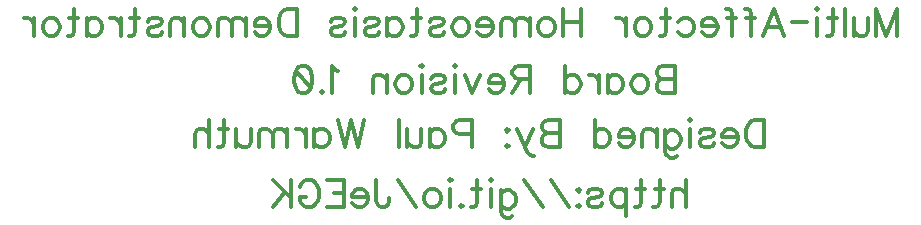
<source format=gbr>
G04 DipTrace 3.3.1.3*
G04 BottomSilk.gbr*
%MOIN*%
G04 #@! TF.FileFunction,Legend,Bot*
G04 #@! TF.Part,Single*
%ADD64C,0.013895*%
%FSLAX26Y26*%
G04*
G70*
G90*
G75*
G01*
G04 BotSilk*
%LPD*%
X3273140Y2340462D2*
D64*
Y2430894D1*
X3307562Y2340462D1*
X3341984Y2430894D1*
Y2340462D1*
X3245349Y2400750D2*
Y2357672D1*
X3241071Y2344839D1*
X3232416Y2340462D1*
X3219483D1*
X3210927Y2344839D1*
X3197994Y2357672D1*
Y2400750D2*
Y2340462D1*
X3170204Y2430894D2*
Y2340462D1*
X3129480Y2430894D2*
Y2357672D1*
X3125202Y2344839D1*
X3116547Y2340462D1*
X3107991D1*
X3142413Y2400750D2*
X3112269D1*
X3080200Y2430894D2*
X3075923Y2426616D1*
X3071545Y2430894D1*
X3075923Y2435271D1*
X3080200Y2430894D1*
X3075923Y2400750D2*
Y2340462D1*
X3043755Y2385628D2*
X2994012D1*
X2897278Y2340462D2*
X2931800Y2430894D1*
X2966221Y2340462D1*
X2953288Y2370606D2*
X2910211D1*
X2835066Y2430894D2*
X2843621D1*
X2852277Y2426616D1*
X2856554Y2413683D1*
Y2340462D1*
X2869488Y2400750D2*
X2839344D1*
X2772853Y2430894D2*
X2781409D1*
X2790064Y2426616D1*
X2794342Y2413683D1*
Y2340462D1*
X2807275Y2400750D2*
X2777131D1*
X2745063Y2374883D2*
X2693430D1*
Y2383539D1*
X2697708Y2392194D1*
X2701985Y2396472D1*
X2710641Y2400750D1*
X2723574D1*
X2732129Y2396472D1*
X2740785Y2387816D1*
X2745063Y2374883D1*
Y2366328D1*
X2740785Y2353395D1*
X2732129Y2344839D1*
X2723574Y2340462D1*
X2710641D1*
X2701985Y2344839D1*
X2693430Y2353395D1*
X2613907Y2387816D2*
X2622562Y2396472D1*
X2631217Y2400750D1*
X2644051D1*
X2652706Y2396472D1*
X2661262Y2387816D1*
X2665639Y2374883D1*
Y2366328D1*
X2661262Y2353395D1*
X2652706Y2344839D1*
X2644051Y2340462D1*
X2631217D1*
X2622562Y2344839D1*
X2613907Y2353395D1*
X2573183Y2430894D2*
Y2357672D1*
X2568905Y2344839D1*
X2560250Y2340462D1*
X2551694D1*
X2586116Y2400750D2*
X2555972D1*
X2502415D2*
X2510971Y2396472D1*
X2519626Y2387816D1*
X2523904Y2374883D1*
Y2366328D1*
X2519626Y2353395D1*
X2510971Y2344839D1*
X2502415Y2340462D1*
X2489482D1*
X2480827Y2344839D1*
X2472271Y2353395D1*
X2467893Y2366328D1*
Y2374883D1*
X2472271Y2387816D1*
X2480827Y2396472D1*
X2489482Y2400750D1*
X2502415D1*
X2440103D2*
Y2340462D1*
Y2374883D2*
X2435725Y2387816D1*
X2427170Y2396472D1*
X2418515Y2400750D1*
X2405581D1*
X2290309Y2430894D2*
Y2340462D1*
X2230021Y2430894D2*
Y2340462D1*
X2290309Y2387816D2*
X2230021D1*
X2180742Y2400750D2*
X2189297Y2396472D1*
X2197953Y2387816D1*
X2202230Y2374883D1*
Y2366328D1*
X2197953Y2353395D1*
X2189297Y2344839D1*
X2180742Y2340462D1*
X2167809D1*
X2159153Y2344839D1*
X2150598Y2353395D1*
X2146220Y2366328D1*
Y2374883D1*
X2150598Y2387816D1*
X2159153Y2396472D1*
X2167809Y2400750D1*
X2180742D1*
X2118430D2*
Y2340462D1*
Y2383539D2*
X2105497Y2396472D1*
X2096841Y2400750D1*
X2084008D1*
X2075353Y2396472D1*
X2071075Y2383539D1*
Y2340462D1*
Y2383539D2*
X2058142Y2396472D1*
X2049486Y2400750D1*
X2036653D1*
X2027998Y2396472D1*
X2023620Y2383539D1*
Y2340462D1*
X1995830Y2374883D2*
X1944197D1*
Y2383539D1*
X1948475Y2392194D1*
X1952753Y2396472D1*
X1961408Y2400750D1*
X1974341D1*
X1982897Y2396472D1*
X1991552Y2387816D1*
X1995830Y2374883D1*
Y2366328D1*
X1991552Y2353395D1*
X1982897Y2344839D1*
X1974341Y2340462D1*
X1961408D1*
X1952753Y2344839D1*
X1944197Y2353395D1*
X1894917Y2400750D2*
X1903473Y2396472D1*
X1912128Y2387816D1*
X1916406Y2374883D1*
Y2366328D1*
X1912128Y2353395D1*
X1903473Y2344839D1*
X1894917Y2340462D1*
X1881984D1*
X1873329Y2344839D1*
X1864773Y2353395D1*
X1860396Y2366328D1*
Y2374883D1*
X1864773Y2387816D1*
X1873329Y2396472D1*
X1881984Y2400750D1*
X1894917D1*
X1785250Y2387816D2*
X1789528Y2396472D1*
X1802461Y2400750D1*
X1815394D1*
X1828328Y2396472D1*
X1832605Y2387816D1*
X1828328Y2379261D1*
X1819672Y2374883D1*
X1798184Y2370606D1*
X1789528Y2366328D1*
X1785250Y2357672D1*
Y2353395D1*
X1789528Y2344839D1*
X1802461Y2340462D1*
X1815394D1*
X1828328Y2344839D1*
X1832605Y2353395D1*
X1744527Y2430894D2*
Y2357672D1*
X1740249Y2344839D1*
X1731594Y2340462D1*
X1723038D1*
X1757460Y2400750D2*
X1727316D1*
X1643615D2*
Y2340462D1*
Y2387816D2*
X1652170Y2396472D1*
X1660825Y2400750D1*
X1673659D1*
X1682314Y2396472D1*
X1690870Y2387816D1*
X1695247Y2374883D1*
Y2366328D1*
X1690870Y2353395D1*
X1682314Y2344839D1*
X1673659Y2340462D1*
X1660825D1*
X1652170Y2344839D1*
X1643615Y2353395D1*
X1568469Y2387816D2*
X1572747Y2396472D1*
X1585680Y2400750D1*
X1598613D1*
X1611546Y2396472D1*
X1615824Y2387816D1*
X1611546Y2379261D1*
X1602891Y2374883D1*
X1581402Y2370606D1*
X1572747Y2366328D1*
X1568469Y2357672D1*
Y2353395D1*
X1572747Y2344839D1*
X1585680Y2340462D1*
X1598613D1*
X1611546Y2344839D1*
X1615824Y2353395D1*
X1540678Y2430894D2*
X1536400Y2426616D1*
X1532023Y2430894D1*
X1536400Y2435271D1*
X1540678Y2430894D1*
X1536400Y2400750D2*
Y2340462D1*
X1456878Y2387816D2*
X1461155Y2396472D1*
X1474088Y2400750D1*
X1487022D1*
X1499955Y2396472D1*
X1504232Y2387816D1*
X1499955Y2379261D1*
X1491299Y2374883D1*
X1469811Y2370606D1*
X1461155Y2366328D1*
X1456878Y2357672D1*
Y2353395D1*
X1461155Y2344839D1*
X1474088Y2340462D1*
X1487022D1*
X1499955Y2344839D1*
X1504232Y2353395D1*
X1341605Y2430894D2*
Y2340462D1*
X1311461D1*
X1298528Y2344839D1*
X1289873Y2353395D1*
X1285595Y2362050D1*
X1281317Y2374883D1*
Y2396472D1*
X1285595Y2409405D1*
X1289873Y2417960D1*
X1298528Y2426616D1*
X1311461Y2430894D1*
X1341605D1*
X1253526Y2374883D2*
X1201894D1*
Y2383539D1*
X1206172Y2392194D1*
X1210449Y2396472D1*
X1219105Y2400750D1*
X1232038D1*
X1240593Y2396472D1*
X1249249Y2387816D1*
X1253526Y2374883D1*
Y2366328D1*
X1249249Y2353395D1*
X1240593Y2344839D1*
X1232038Y2340462D1*
X1219105D1*
X1210449Y2344839D1*
X1201894Y2353395D1*
X1174103Y2400750D2*
Y2340462D1*
Y2383539D2*
X1161170Y2396472D1*
X1152515Y2400750D1*
X1139681D1*
X1131026Y2396472D1*
X1126748Y2383539D1*
Y2340462D1*
Y2383539D2*
X1113815Y2396472D1*
X1105160Y2400750D1*
X1092326D1*
X1083671Y2396472D1*
X1079294Y2383539D1*
Y2340462D1*
X1030014Y2400750D2*
X1038570Y2396472D1*
X1047225Y2387816D1*
X1051503Y2374883D1*
Y2366328D1*
X1047225Y2353395D1*
X1038570Y2344839D1*
X1030014Y2340462D1*
X1017081D1*
X1008426Y2344839D1*
X999870Y2353395D1*
X995493Y2366328D1*
Y2374883D1*
X999870Y2387816D1*
X1008426Y2396472D1*
X1017081Y2400750D1*
X1030014D1*
X967702D2*
Y2340462D1*
Y2383539D2*
X954769Y2396472D1*
X946114Y2400750D1*
X933280D1*
X924625Y2396472D1*
X920347Y2383539D1*
Y2340462D1*
X845202Y2387816D2*
X849480Y2396472D1*
X862413Y2400750D1*
X875346D1*
X888279Y2396472D1*
X892557Y2387816D1*
X888279Y2379261D1*
X879624Y2374883D1*
X858135Y2370606D1*
X849480Y2366328D1*
X845202Y2357672D1*
Y2353395D1*
X849480Y2344839D1*
X862413Y2340462D1*
X875346D1*
X888279Y2344839D1*
X892557Y2353395D1*
X804478Y2430894D2*
Y2357672D1*
X800200Y2344839D1*
X791545Y2340462D1*
X782989D1*
X817411Y2400750D2*
X787267D1*
X755199D2*
Y2340462D1*
Y2374883D2*
X750821Y2387816D1*
X742266Y2396472D1*
X733610Y2400750D1*
X720677D1*
X641254D2*
Y2340462D1*
Y2387816D2*
X649810Y2396472D1*
X658465Y2400750D1*
X671298D1*
X679954Y2396472D1*
X688509Y2387816D1*
X692887Y2374883D1*
Y2366328D1*
X688509Y2353395D1*
X679954Y2344839D1*
X671298Y2340462D1*
X658465D1*
X649810Y2344839D1*
X641254Y2353395D1*
X600530Y2430894D2*
Y2357672D1*
X596252Y2344839D1*
X587597Y2340462D1*
X579041D1*
X613463Y2400750D2*
X583319D1*
X529762D2*
X538318Y2396472D1*
X546973Y2387816D1*
X551251Y2374883D1*
Y2366328D1*
X546973Y2353395D1*
X538318Y2344839D1*
X529762Y2340462D1*
X516829D1*
X508174Y2344839D1*
X499618Y2353395D1*
X495240Y2366328D1*
Y2374883D1*
X499618Y2387816D1*
X508174Y2396472D1*
X516829Y2400750D1*
X529762D1*
X467450D2*
Y2340462D1*
Y2374883D2*
X463073Y2387816D1*
X454517Y2396472D1*
X445862Y2400750D1*
X432929D1*
X2601724Y2240122D2*
Y2149690D1*
X2562925D1*
X2549992Y2154067D1*
X2545714Y2158345D1*
X2541436Y2166901D1*
Y2179834D1*
X2545714Y2188489D1*
X2549992Y2192767D1*
X2562925Y2197045D1*
X2549992Y2201422D1*
X2545714Y2205700D1*
X2541436Y2214256D1*
Y2222911D1*
X2545714Y2231467D1*
X2549992Y2235844D1*
X2562925Y2240122D1*
X2601724D1*
Y2197045D2*
X2562925D1*
X2492156Y2209978D2*
X2500712Y2205700D1*
X2509367Y2197045D1*
X2513645Y2184112D1*
Y2175556D1*
X2509367Y2162623D1*
X2500712Y2154067D1*
X2492156Y2149690D1*
X2479223D1*
X2470568Y2154067D1*
X2462012Y2162623D1*
X2457635Y2175556D1*
Y2184112D1*
X2462012Y2197045D1*
X2470568Y2205700D1*
X2479223Y2209978D1*
X2492156D1*
X2378212D2*
Y2149690D1*
Y2197045D2*
X2386767Y2205700D1*
X2395423Y2209978D1*
X2408256D1*
X2416911Y2205700D1*
X2425467Y2197045D1*
X2429844Y2184112D1*
Y2175556D1*
X2425467Y2162623D1*
X2416911Y2154067D1*
X2408256Y2149690D1*
X2395423D1*
X2386767Y2154067D1*
X2378212Y2162623D1*
X2350421Y2209978D2*
Y2149690D1*
Y2184112D2*
X2346044Y2197045D1*
X2337488Y2205700D1*
X2328833Y2209978D1*
X2315900D1*
X2236476Y2240122D2*
Y2149690D1*
Y2197045D2*
X2245032Y2205700D1*
X2253687Y2209978D1*
X2266620D1*
X2275176Y2205700D1*
X2283831Y2197045D1*
X2288109Y2184112D1*
Y2175556D1*
X2283831Y2162623D1*
X2275176Y2154067D1*
X2266620Y2149690D1*
X2253687D1*
X2245032Y2154067D1*
X2236476Y2162623D1*
X2121204Y2197045D2*
X2082504D1*
X2069571Y2201422D1*
X2065194Y2205700D1*
X2060916Y2214256D1*
Y2222911D1*
X2065194Y2231467D1*
X2069571Y2235844D1*
X2082504Y2240122D1*
X2121204D1*
Y2149690D1*
X2091060Y2197045D2*
X2060916Y2149690D1*
X2033125Y2184112D2*
X1981492D1*
Y2192767D1*
X1985770Y2201422D1*
X1990048Y2205700D1*
X1998703Y2209978D1*
X2011636D1*
X2020192Y2205700D1*
X2028847Y2197045D1*
X2033125Y2184112D1*
Y2175556D1*
X2028847Y2162623D1*
X2020192Y2154067D1*
X2011636Y2149690D1*
X1998703D1*
X1990048Y2154067D1*
X1981492Y2162623D1*
X1953702Y2209978D2*
X1927836Y2149690D1*
X1902069Y2209978D1*
X1874278Y2240122D2*
X1870000Y2235844D1*
X1865623Y2240122D1*
X1870000Y2244499D1*
X1874278Y2240122D1*
X1870000Y2209978D2*
Y2149690D1*
X1790478Y2197045D2*
X1794755Y2205700D1*
X1807688Y2209978D1*
X1820622D1*
X1833555Y2205700D1*
X1837832Y2197045D1*
X1833555Y2188489D1*
X1824899Y2184112D1*
X1803411Y2179834D1*
X1794755Y2175556D1*
X1790478Y2166901D1*
Y2162623D1*
X1794755Y2154067D1*
X1807688Y2149690D1*
X1820622D1*
X1833555Y2154067D1*
X1837832Y2162623D1*
X1762687Y2240122D2*
X1758409Y2235844D1*
X1754032Y2240122D1*
X1758409Y2244499D1*
X1762687Y2240122D1*
X1758409Y2209978D2*
Y2149690D1*
X1704752Y2209978D2*
X1713308Y2205700D1*
X1721963Y2197045D1*
X1726241Y2184112D1*
Y2175556D1*
X1721963Y2162623D1*
X1713308Y2154067D1*
X1704752Y2149690D1*
X1691819D1*
X1683164Y2154067D1*
X1674608Y2162623D1*
X1670231Y2175556D1*
Y2184112D1*
X1674608Y2197045D1*
X1683164Y2205700D1*
X1691819Y2209978D1*
X1704752D1*
X1642440D2*
Y2149690D1*
Y2192767D2*
X1629507Y2205700D1*
X1620852Y2209978D1*
X1608018D1*
X1599363Y2205700D1*
X1595085Y2192767D1*
Y2149690D1*
X1479813Y2222811D2*
X1471158Y2227189D1*
X1458225Y2240022D1*
Y2149690D1*
X1426156Y2158345D2*
X1430434Y2153968D1*
X1426156Y2149690D1*
X1421779Y2153968D1*
X1426156Y2158345D1*
X1368122Y2240022D2*
X1381055Y2235745D1*
X1389710Y2222811D1*
X1393988Y2201323D1*
Y2188390D1*
X1389710Y2166901D1*
X1381055Y2153968D1*
X1368122Y2149690D1*
X1359566D1*
X1346633Y2153968D1*
X1338078Y2166901D1*
X1333700Y2188390D1*
Y2201323D1*
X1338078Y2222811D1*
X1346633Y2235745D1*
X1359566Y2240022D1*
X1368122D1*
X1338078Y2222811D2*
X1389710Y2166901D1*
X2900412Y2060122D2*
Y1969690D1*
X2870268D1*
X2857335Y1974067D1*
X2848679Y1982623D1*
X2844402Y1991278D1*
X2840124Y2004112D1*
Y2025700D1*
X2844402Y2038633D1*
X2848679Y2047189D1*
X2857335Y2055844D1*
X2870268Y2060122D1*
X2900412D1*
X2812333Y2004112D2*
X2760700D1*
Y2012767D1*
X2764978Y2021422D1*
X2769256Y2025700D1*
X2777911Y2029978D1*
X2790844D1*
X2799400Y2025700D1*
X2808055Y2017045D1*
X2812333Y2004112D1*
Y1995556D1*
X2808055Y1982623D1*
X2799400Y1974067D1*
X2790844Y1969690D1*
X2777911D1*
X2769256Y1974067D1*
X2760700Y1982623D1*
X2685555Y2017045D2*
X2689833Y2025700D1*
X2702766Y2029978D1*
X2715699D1*
X2728632Y2025700D1*
X2732910Y2017045D1*
X2728632Y2008489D1*
X2719977Y2004112D1*
X2698488Y1999834D1*
X2689833Y1995556D1*
X2685555Y1986901D1*
Y1982623D1*
X2689833Y1974067D1*
X2702766Y1969690D1*
X2715699D1*
X2728632Y1974067D1*
X2732910Y1982623D1*
X2657764Y2060122D2*
X2653486Y2055844D1*
X2649109Y2060122D1*
X2653486Y2064499D1*
X2657764Y2060122D1*
X2653486Y2029978D2*
Y1969690D1*
X2569685Y2025700D2*
Y1956757D1*
X2573963Y1943923D1*
X2578241Y1939546D1*
X2586896Y1935268D1*
X2599829D1*
X2608385Y1939546D1*
X2569685Y2012767D2*
X2578241Y2021323D1*
X2586896Y2025700D1*
X2599829D1*
X2608385Y2021323D1*
X2617040Y2012767D1*
X2621318Y1999834D1*
Y1991179D1*
X2617040Y1978345D1*
X2608385Y1969690D1*
X2599829Y1965412D1*
X2586896D1*
X2578241Y1969690D1*
X2569685Y1978345D1*
X2541895Y2029978D2*
Y1969690D1*
Y2012767D2*
X2528962Y2025700D1*
X2520306Y2029978D1*
X2507473D1*
X2498818Y2025700D1*
X2494540Y2012767D1*
Y1969690D1*
X2466749Y2004112D2*
X2415116D1*
Y2012767D1*
X2419394Y2021422D1*
X2423672Y2025700D1*
X2432327Y2029978D1*
X2445260D1*
X2453816Y2025700D1*
X2462471Y2017045D1*
X2466749Y2004112D1*
Y1995556D1*
X2462471Y1982623D1*
X2453816Y1974067D1*
X2445260Y1969690D1*
X2432327D1*
X2423672Y1974067D1*
X2415116Y1982623D1*
X2335693Y2060122D2*
Y1969690D1*
Y2017045D2*
X2344249Y2025700D1*
X2352904Y2029978D1*
X2365837D1*
X2374393Y2025700D1*
X2383048Y2017045D1*
X2387326Y2004112D1*
Y1995556D1*
X2383048Y1982623D1*
X2374393Y1974067D1*
X2365837Y1969690D1*
X2352904D1*
X2344249Y1974067D1*
X2335693Y1982623D1*
X2220421Y2060122D2*
Y1969690D1*
X2181621D1*
X2168688Y1974067D1*
X2164410Y1978345D1*
X2160132Y1986901D1*
Y1999834D1*
X2164410Y2008489D1*
X2168688Y2012767D1*
X2181621Y2017045D1*
X2168688Y2021422D1*
X2164410Y2025700D1*
X2160132Y2034256D1*
Y2042911D1*
X2164410Y2051467D1*
X2168688Y2055844D1*
X2181621Y2060122D1*
X2220421D1*
Y2017045D2*
X2181621D1*
X2127965Y2029978D2*
X2102198Y1969690D1*
X2110754Y1952479D1*
X2119409Y1943824D1*
X2127965Y1939546D1*
X2132342D1*
X2076332Y2029978D2*
X2102198Y1969690D1*
X2044164Y2029978D2*
X2048541Y2025601D1*
X2044164Y2021323D1*
X2039886Y2025601D1*
X2044164Y2029978D1*
Y1978345D2*
X2048541Y1973968D1*
X2044164Y1969690D1*
X2039886Y1973968D1*
X2044164Y1978345D1*
X1924613Y2012767D2*
X1885814D1*
X1872981Y2017045D1*
X1868603Y2021422D1*
X1864325Y2029978D1*
Y2042911D1*
X1868603Y2051467D1*
X1872981Y2055844D1*
X1885814Y2060122D1*
X1924613D1*
Y1969690D1*
X1784902Y2029978D2*
Y1969690D1*
Y2017045D2*
X1793458Y2025700D1*
X1802113Y2029978D1*
X1814947D1*
X1823602Y2025700D1*
X1832157Y2017045D1*
X1836535Y2004112D1*
Y1995556D1*
X1832157Y1982623D1*
X1823602Y1974067D1*
X1814947Y1969690D1*
X1802113D1*
X1793458Y1974067D1*
X1784902Y1982623D1*
X1757111Y2029978D2*
Y1986901D1*
X1752834Y1974067D1*
X1744178Y1969690D1*
X1731245D1*
X1722690Y1974067D1*
X1709756Y1986901D1*
Y2029978D2*
Y1969690D1*
X1681966Y2060122D2*
Y1969690D1*
X1566693Y2060122D2*
X1545105Y1969690D1*
X1523616Y2060122D1*
X1502128Y1969690D1*
X1480539Y2060122D1*
X1401116Y2029978D2*
Y1969690D1*
Y2017045D2*
X1409672Y2025700D1*
X1418327Y2029978D1*
X1431160D1*
X1439816Y2025700D1*
X1448371Y2017045D1*
X1452749Y2004112D1*
Y1995556D1*
X1448371Y1982623D1*
X1439816Y1974067D1*
X1431160Y1969690D1*
X1418327D1*
X1409672Y1974067D1*
X1401116Y1982623D1*
X1373325Y2029978D2*
Y1969690D1*
Y2004112D2*
X1368948Y2017045D1*
X1360392Y2025700D1*
X1351737Y2029978D1*
X1338804D1*
X1311013D2*
Y1969690D1*
Y2012767D2*
X1298080Y2025700D1*
X1289425Y2029978D1*
X1276591D1*
X1267936Y2025700D1*
X1263658Y2012767D1*
Y1969690D1*
Y2012767D2*
X1250725Y2025700D1*
X1242070Y2029978D1*
X1229236D1*
X1220581Y2025700D1*
X1216204Y2012767D1*
Y1969690D1*
X1188413Y2029978D2*
Y1986901D1*
X1184135Y1974067D1*
X1175480Y1969690D1*
X1162547D1*
X1153991Y1974067D1*
X1141058Y1986901D1*
Y2029978D2*
Y1969690D1*
X1100335Y2060122D2*
Y1986901D1*
X1096057Y1974067D1*
X1087401Y1969690D1*
X1078846D1*
X1113268Y2029978D2*
X1083124D1*
X1051055Y2060122D2*
Y1969690D1*
Y2012767D2*
X1038122Y2025700D1*
X1029467Y2029978D1*
X1016534D1*
X1007978Y2025700D1*
X1003700Y2012767D1*
Y1969690D1*
X2640032Y1860122D2*
Y1769690D1*
Y1812767D2*
X2627099Y1825700D1*
X2618444Y1829978D1*
X2605511D1*
X2596955Y1825700D1*
X2592677Y1812767D1*
Y1769690D1*
X2551954Y1860122D2*
Y1786901D1*
X2547676Y1774067D1*
X2539021Y1769690D1*
X2530465D1*
X2564887Y1829978D2*
X2534743D1*
X2489741Y1860122D2*
Y1786901D1*
X2485463Y1774067D1*
X2476808Y1769690D1*
X2468252D1*
X2502674Y1829978D2*
X2472530D1*
X2440462D2*
Y1739546D1*
Y1817045D2*
X2431807Y1825601D1*
X2423251Y1829978D1*
X2410318D1*
X2401663Y1825601D1*
X2393107Y1817045D1*
X2388729Y1804112D1*
Y1795457D1*
X2393107Y1782623D1*
X2401663Y1773968D1*
X2410318Y1769690D1*
X2423251D1*
X2431807Y1773968D1*
X2440462Y1782623D1*
X2313584Y1817045D2*
X2317862Y1825700D1*
X2330795Y1829978D1*
X2343728D1*
X2356661Y1825700D1*
X2360939Y1817045D1*
X2356661Y1808489D1*
X2348006Y1804112D1*
X2326517Y1799834D1*
X2317862Y1795556D1*
X2313584Y1786901D1*
Y1782623D1*
X2317862Y1774067D1*
X2330795Y1769690D1*
X2343728D1*
X2356661Y1774067D1*
X2360939Y1782623D1*
X2281416Y1829978D2*
X2285793Y1825601D1*
X2281416Y1821323D1*
X2277138Y1825601D1*
X2281416Y1829978D1*
Y1778345D2*
X2285793Y1773968D1*
X2281416Y1769690D1*
X2277138Y1773968D1*
X2281416Y1778345D1*
X2249347Y1769690D2*
X2189059Y1860022D1*
X2161269Y1769690D2*
X2100981Y1860022D1*
X2021557Y1825700D2*
Y1756757D1*
X2025835Y1743923D1*
X2030113Y1739546D1*
X2038768Y1735268D1*
X2051701D1*
X2060257Y1739546D1*
X2021557Y1812767D2*
X2030113Y1821323D1*
X2038768Y1825700D1*
X2051701D1*
X2060257Y1821323D1*
X2068912Y1812767D1*
X2073190Y1799834D1*
Y1791179D1*
X2068912Y1778345D1*
X2060257Y1769690D1*
X2051701Y1765412D1*
X2038768D1*
X2030113Y1769690D1*
X2021557Y1778345D1*
X1993767Y1860122D2*
X1989489Y1855844D1*
X1985111Y1860122D1*
X1989489Y1864499D1*
X1993767Y1860122D1*
X1989489Y1829978D2*
Y1769690D1*
X1944388Y1860122D2*
Y1786901D1*
X1940110Y1774067D1*
X1931455Y1769690D1*
X1922899D1*
X1957321Y1829978D2*
X1927177D1*
X1890830Y1778345D2*
X1895108Y1773968D1*
X1890830Y1769690D1*
X1886453Y1773968D1*
X1890830Y1778345D1*
X1858662Y1860122D2*
X1854385Y1855844D1*
X1850007Y1860122D1*
X1854385Y1864499D1*
X1858662Y1860122D1*
X1854385Y1829978D2*
Y1769690D1*
X1800728Y1829978D2*
X1809284Y1825700D1*
X1817939Y1817045D1*
X1822217Y1804112D1*
Y1795556D1*
X1817939Y1782623D1*
X1809284Y1774067D1*
X1800728Y1769690D1*
X1787795D1*
X1779140Y1774067D1*
X1770584Y1782623D1*
X1766206Y1795556D1*
Y1804112D1*
X1770584Y1817045D1*
X1779140Y1825700D1*
X1787795Y1829978D1*
X1800728D1*
X1738416Y1769690D2*
X1678128Y1860022D1*
X1607260Y1860122D2*
Y1791278D1*
X1611538Y1778345D1*
X1615915Y1774067D1*
X1624471Y1769690D1*
X1633126D1*
X1641682Y1774067D1*
X1645960Y1778345D1*
X1650337Y1791278D1*
Y1799834D1*
X1579469Y1804112D2*
X1527837D1*
Y1812767D1*
X1532114Y1821422D1*
X1536392Y1825700D1*
X1545048Y1829978D1*
X1557981D1*
X1566536Y1825700D1*
X1575192Y1817045D1*
X1579469Y1804112D1*
Y1795556D1*
X1575192Y1782623D1*
X1566536Y1774067D1*
X1557981Y1769690D1*
X1545048D1*
X1536392Y1774067D1*
X1527837Y1782623D1*
X1444135Y1860122D2*
X1500046D1*
Y1769690D1*
X1444135D1*
X1500046Y1817045D2*
X1465624D1*
X1351779Y1838633D2*
X1356057Y1847189D1*
X1364712Y1855844D1*
X1373268Y1860122D1*
X1390479D1*
X1399134Y1855844D1*
X1407689Y1847189D1*
X1412067Y1838633D1*
X1416345Y1825700D1*
Y1804112D1*
X1412067Y1791278D1*
X1407689Y1782623D1*
X1399134Y1774067D1*
X1390479Y1769690D1*
X1373268D1*
X1364712Y1774067D1*
X1356057Y1782623D1*
X1351779Y1791278D1*
Y1804112D1*
X1373268D1*
X1323988Y1860122D2*
Y1769690D1*
X1263700Y1860122D2*
X1323988Y1799834D1*
X1302499Y1821422D2*
X1263700Y1769690D1*
M02*

</source>
